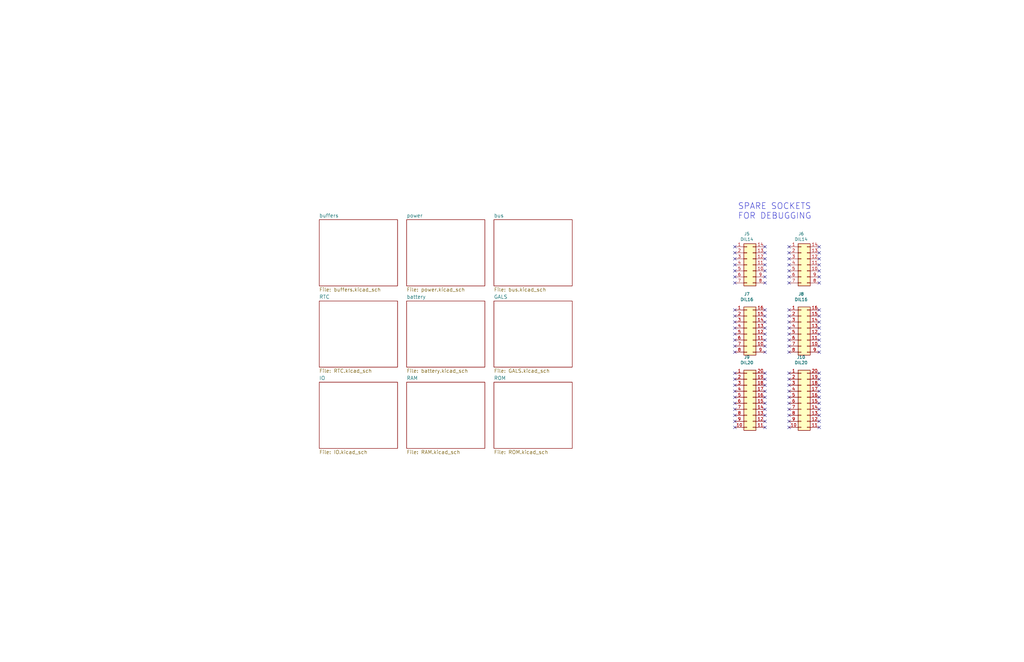
<source format=kicad_sch>
(kicad_sch (version 20211123) (generator eeschema)
  (paper "B")
  (lib_symbols
    (symbol "Connector_Generic:Conn_02x07_Counter_Clockwise" (pin_names (offset 1.016) hide)
      (property "Reference" "J" (at 1.27 10.16 0))
      (property "Value" "Conn_02x07_Counter_Clockwise" (at 1.27 -10.16 0))
      (symbol "Conn_02x07_Counter_Clockwise_1_1"
        (rectangle (start -1.27 -7.493) (end 0 -7.747) (stroke (width 0.1524)))
        (rectangle (start -1.27 -4.953) (end 0 -5.207) (stroke (width 0.1524)))
        (rectangle (start -1.27 -2.413) (end 0 -2.667) (stroke (width 0.1524)))
        (rectangle (start -1.27 0.127) (end 0 -0.127) (stroke (width 0.1524)))
        (rectangle (start -1.27 2.667) (end 0 2.413) (stroke (width 0.1524)))
        (rectangle (start -1.27 5.207) (end 0 4.953) (stroke (width 0.1524)))
        (rectangle (start -1.27 7.747) (end 0 7.493) (stroke (width 0.1524)))
        (rectangle (start -1.27 8.89) (end 3.81 -8.89) (stroke (width 0.254)) (fill (type background)))
        (rectangle (start 3.81 -7.493) (end 2.54 -7.747) (stroke (width 0.1524)))
        (rectangle (start 3.81 -4.953) (end 2.54 -5.207) (stroke (width 0.1524)))
        (rectangle (start 3.81 -2.413) (end 2.54 -2.667) (stroke (width 0.1524)))
        (rectangle (start 3.81 0.127) (end 2.54 -0.127) (stroke (width 0.1524)))
        (rectangle (start 3.81 2.667) (end 2.54 2.413) (stroke (width 0.1524)))
        (rectangle (start 3.81 5.207) (end 2.54 4.953) (stroke (width 0.1524)))
        (rectangle (start 3.81 7.747) (end 2.54 7.493) (stroke (width 0.1524)))
        (pin passive line (at -5.08 7.62 0) (length 3.81) (name "Pin_1") (number "1"))
        (pin passive line (at 7.62 -2.54 180) (length 3.81) (name "Pin_10") (number "10"))
        (pin passive line (at 7.62 0 180) (length 3.81) (name "Pin_11") (number "11"))
        (pin passive line (at 7.62 2.54 180) (length 3.81) (name "Pin_12") (number "12"))
        (pin passive line (at 7.62 5.08 180) (length 3.81) (name "Pin_13") (number "13"))
        (pin passive line (at 7.62 7.62 180) (length 3.81) (name "Pin_14") (number "14"))
        (pin passive line (at -5.08 5.08 0) (length 3.81) (name "Pin_2") (number "2"))
        (pin passive line (at -5.08 2.54 0) (length 3.81) (name "Pin_3") (number "3"))
        (pin passive line (at -5.08 0 0) (length 3.81) (name "Pin_4") (number "4"))
        (pin passive line (at -5.08 -2.54 0) (length 3.81) (name "Pin_5") (number "5"))
        (pin passive line (at -5.08 -5.08 0) (length 3.81) (name "Pin_6") (number "6"))
        (pin passive line (at -5.08 -7.62 0) (length 3.81) (name "Pin_7") (number "7"))
        (pin passive line (at 7.62 -7.62 180) (length 3.81) (name "Pin_8") (number "8"))
        (pin passive line (at 7.62 -5.08 180) (length 3.81) (name "Pin_9") (number "9"))
      )
    )
    (symbol "Connector_Generic:Conn_02x08_Counter_Clockwise" (pin_names (offset 1.016) hide)
      (property "Reference" "J" (at 1.27 10.16 0))
      (property "Value" "Conn_02x08_Counter_Clockwise" (at 1.27 -12.7 0))
      (symbol "Conn_02x08_Counter_Clockwise_1_1"
        (rectangle (start -1.27 -10.033) (end 0 -10.287) (stroke (width 0.1524)))
        (rectangle (start -1.27 -7.493) (end 0 -7.747) (stroke (width 0.1524)))
        (rectangle (start -1.27 -4.953) (end 0 -5.207) (stroke (width 0.1524)))
        (rectangle (start -1.27 -2.413) (end 0 -2.667) (stroke (width 0.1524)))
        (rectangle (start -1.27 0.127) (end 0 -0.127) (stroke (width 0.1524)))
        (rectangle (start -1.27 2.667) (end 0 2.413) (stroke (width 0.1524)))
        (rectangle (start -1.27 5.207) (end 0 4.953) (stroke (width 0.1524)))
        (rectangle (start -1.27 7.747) (end 0 7.493) (stroke (width 0.1524)))
        (rectangle (start -1.27 8.89) (end 3.81 -11.43) (stroke (width 0.254)) (fill (type background)))
        (rectangle (start 3.81 -10.033) (end 2.54 -10.287) (stroke (width 0.1524)))
        (rectangle (start 3.81 -7.493) (end 2.54 -7.747) (stroke (width 0.1524)))
        (rectangle (start 3.81 -4.953) (end 2.54 -5.207) (stroke (width 0.1524)))
        (rectangle (start 3.81 -2.413) (end 2.54 -2.667) (stroke (width 0.1524)))
        (rectangle (start 3.81 0.127) (end 2.54 -0.127) (stroke (width 0.1524)))
        (rectangle (start 3.81 2.667) (end 2.54 2.413) (stroke (width 0.1524)))
        (rectangle (start 3.81 5.207) (end 2.54 4.953) (stroke (width 0.1524)))
        (rectangle (start 3.81 7.747) (end 2.54 7.493) (stroke (width 0.1524)))
        (pin passive line (at -5.08 7.62 0) (length 3.81) (name "Pin_1") (number "1"))
        (pin passive line (at 7.62 -7.62 180) (length 3.81) (name "Pin_10") (number "10"))
        (pin passive line (at 7.62 -5.08 180) (length 3.81) (name "Pin_11") (number "11"))
        (pin passive line (at 7.62 -2.54 180) (length 3.81) (name "Pin_12") (number "12"))
        (pin passive line (at 7.62 0 180) (length 3.81) (name "Pin_13") (number "13"))
        (pin passive line (at 7.62 2.54 180) (length 3.81) (name "Pin_14") (number "14"))
        (pin passive line (at 7.62 5.08 180) (length 3.81) (name "Pin_15") (number "15"))
        (pin passive line (at 7.62 7.62 180) (length 3.81) (name "Pin_16") (number "16"))
        (pin passive line (at -5.08 5.08 0) (length 3.81) (name "Pin_2") (number "2"))
        (pin passive line (at -5.08 2.54 0) (length 3.81) (name "Pin_3") (number "3"))
        (pin passive line (at -5.08 0 0) (length 3.81) (name "Pin_4") (number "4"))
        (pin passive line (at -5.08 -2.54 0) (length 3.81) (name "Pin_5") (number "5"))
        (pin passive line (at -5.08 -5.08 0) (length 3.81) (name "Pin_6") (number "6"))
        (pin passive line (at -5.08 -7.62 0) (length 3.81) (name "Pin_7") (number "7"))
        (pin passive line (at -5.08 -10.16 0) (length 3.81) (name "Pin_8") (number "8"))
        (pin passive line (at 7.62 -10.16 180) (length 3.81) (name "Pin_9") (number "9"))
      )
    )
    (symbol "Connector_Generic:Conn_02x10_Counter_Clockwise" (pin_names (offset 1.016) hide)
      (property "Reference" "J" (at 1.27 12.7 0))
      (property "Value" "Conn_02x10_Counter_Clockwise" (at 1.27 -15.24 0))
      (symbol "Conn_02x10_Counter_Clockwise_1_1"
        (rectangle (start -1.27 -12.573) (end 0 -12.827) (stroke (width 0.1524)))
        (rectangle (start -1.27 -10.033) (end 0 -10.287) (stroke (width 0.1524)))
        (rectangle (start -1.27 -7.493) (end 0 -7.747) (stroke (width 0.1524)))
        (rectangle (start -1.27 -4.953) (end 0 -5.207) (stroke (width 0.1524)))
        (rectangle (start -1.27 -2.413) (end 0 -2.667) (stroke (width 0.1524)))
        (rectangle (start -1.27 0.127) (end 0 -0.127) (stroke (width 0.1524)))
        (rectangle (start -1.27 2.667) (end 0 2.413) (stroke (width 0.1524)))
        (rectangle (start -1.27 5.207) (end 0 4.953) (stroke (width 0.1524)))
        (rectangle (start -1.27 7.747) (end 0 7.493) (stroke (width 0.1524)))
        (rectangle (start -1.27 10.287) (end 0 10.033) (stroke (width 0.1524)))
        (rectangle (start -1.27 11.43) (end 3.81 -13.97) (stroke (width 0.254)) (fill (type background)))
        (rectangle (start 3.81 -12.573) (end 2.54 -12.827) (stroke (width 0.1524)))
        (rectangle (start 3.81 -10.033) (end 2.54 -10.287) (stroke (width 0.1524)))
        (rectangle (start 3.81 -7.493) (end 2.54 -7.747) (stroke (width 0.1524)))
        (rectangle (start 3.81 -4.953) (end 2.54 -5.207) (stroke (width 0.1524)))
        (rectangle (start 3.81 -2.413) (end 2.54 -2.667) (stroke (width 0.1524)))
        (rectangle (start 3.81 0.127) (end 2.54 -0.127) (stroke (width 0.1524)))
        (rectangle (start 3.81 2.667) (end 2.54 2.413) (stroke (width 0.1524)))
        (rectangle (start 3.81 5.207) (end 2.54 4.953) (stroke (width 0.1524)))
        (rectangle (start 3.81 7.747) (end 2.54 7.493) (stroke (width 0.1524)))
        (rectangle (start 3.81 10.287) (end 2.54 10.033) (stroke (width 0.1524)))
        (pin passive line (at -5.08 10.16 0) (length 3.81) (name "Pin_1") (number "1"))
        (pin passive line (at -5.08 -12.7 0) (length 3.81) (name "Pin_10") (number "10"))
        (pin passive line (at 7.62 -12.7 180) (length 3.81) (name "Pin_11") (number "11"))
        (pin passive line (at 7.62 -10.16 180) (length 3.81) (name "Pin_12") (number "12"))
        (pin passive line (at 7.62 -7.62 180) (length 3.81) (name "Pin_13") (number "13"))
        (pin passive line (at 7.62 -5.08 180) (length 3.81) (name "Pin_14") (number "14"))
        (pin passive line (at 7.62 -2.54 180) (length 3.81) (name "Pin_15") (number "15"))
        (pin passive line (at 7.62 0 180) (length 3.81) (name "Pin_16") (number "16"))
        (pin passive line (at 7.62 2.54 180) (length 3.81) (name "Pin_17") (number "17"))
        (pin passive line (at 7.62 5.08 180) (length 3.81) (name "Pin_18") (number "18"))
        (pin passive line (at 7.62 7.62 180) (length 3.81) (name "Pin_19") (number "19"))
        (pin passive line (at -5.08 7.62 0) (length 3.81) (name "Pin_2") (number "2"))
        (pin passive line (at 7.62 10.16 180) (length 3.81) (name "Pin_20") (number "20"))
        (pin passive line (at -5.08 5.08 0) (length 3.81) (name "Pin_3") (number "3"))
        (pin passive line (at -5.08 2.54 0) (length 3.81) (name "Pin_4") (number "4"))
        (pin passive line (at -5.08 0 0) (length 3.81) (name "Pin_5") (number "5"))
        (pin passive line (at -5.08 -2.54 0) (length 3.81) (name "Pin_6") (number "6"))
        (pin passive line (at -5.08 -5.08 0) (length 3.81) (name "Pin_7") (number "7"))
        (pin passive line (at -5.08 -7.62 0) (length 3.81) (name "Pin_8") (number "8"))
        (pin passive line (at -5.08 -10.16 0) (length 3.81) (name "Pin_9") (number "9"))
      )
    )
  )
  (no_connect (at 345.44 148.59))
  (no_connect (at 322.58 180.34))
  (no_connect (at 345.44 111.76))
  (no_connect (at 322.58 146.05))
  (no_connect (at 322.58 140.97))
  (no_connect (at 332.74 119.38))
  (no_connect (at 345.44 133.35))
  (no_connect (at 332.74 148.59))
  (no_connect (at 322.58 157.48))
  (no_connect (at 309.88 109.22))
  (no_connect (at 332.74 135.89))
  (no_connect (at 309.88 133.35))
  (no_connect (at 309.88 140.97))
  (no_connect (at 332.74 165.1))
  (no_connect (at 332.74 167.64))
  (no_connect (at 345.44 135.89))
  (no_connect (at 322.58 177.8))
  (no_connect (at 309.88 111.76))
  (no_connect (at 309.88 119.38))
  (no_connect (at 309.88 146.05))
  (no_connect (at 322.58 106.68))
  (no_connect (at 322.58 175.26))
  (no_connect (at 332.74 172.72))
  (no_connect (at 332.74 140.97))
  (no_connect (at 322.58 167.64))
  (no_connect (at 309.88 106.68))
  (no_connect (at 345.44 143.51))
  (no_connect (at 309.88 104.14))
  (no_connect (at 345.44 157.48))
  (no_connect (at 309.88 167.64))
  (no_connect (at 345.44 160.02))
  (no_connect (at 345.44 162.56))
  (no_connect (at 345.44 114.3))
  (no_connect (at 309.88 172.72))
  (no_connect (at 345.44 138.43))
  (no_connect (at 322.58 172.72))
  (no_connect (at 309.88 138.43))
  (no_connect (at 345.44 177.8))
  (no_connect (at 322.58 104.14))
  (no_connect (at 322.58 162.56))
  (no_connect (at 309.88 157.48))
  (no_connect (at 332.74 157.48))
  (no_connect (at 332.74 170.18))
  (no_connect (at 332.74 177.8))
  (no_connect (at 322.58 138.43))
  (no_connect (at 309.88 160.02))
  (no_connect (at 332.74 160.02))
  (no_connect (at 309.88 148.59))
  (no_connect (at 345.44 130.81))
  (no_connect (at 309.88 135.89))
  (no_connect (at 345.44 106.68))
  (no_connect (at 309.88 116.84))
  (no_connect (at 332.74 114.3))
  (no_connect (at 345.44 172.72))
  (no_connect (at 345.44 146.05))
  (no_connect (at 309.88 177.8))
  (no_connect (at 332.74 143.51))
  (no_connect (at 322.58 165.1))
  (no_connect (at 309.88 143.51))
  (no_connect (at 332.74 138.43))
  (no_connect (at 345.44 165.1))
  (no_connect (at 345.44 119.38))
  (no_connect (at 345.44 104.14))
  (no_connect (at 322.58 135.89))
  (no_connect (at 322.58 114.3))
  (no_connect (at 345.44 170.18))
  (no_connect (at 309.88 114.3))
  (no_connect (at 309.88 180.34))
  (no_connect (at 309.88 170.18))
  (no_connect (at 322.58 130.81))
  (no_connect (at 332.74 162.56))
  (no_connect (at 345.44 167.64))
  (no_connect (at 332.74 130.81))
  (no_connect (at 322.58 116.84))
  (no_connect (at 309.88 162.56))
  (no_connect (at 322.58 111.76))
  (no_connect (at 322.58 109.22))
  (no_connect (at 345.44 175.26))
  (no_connect (at 345.44 116.84))
  (no_connect (at 345.44 109.22))
  (no_connect (at 332.74 175.26))
  (no_connect (at 309.88 175.26))
  (no_connect (at 322.58 143.51))
  (no_connect (at 322.58 170.18))
  (no_connect (at 322.58 133.35))
  (no_connect (at 322.58 119.38))
  (no_connect (at 332.74 180.34))
  (no_connect (at 322.58 148.59))
  (no_connect (at 332.74 111.76))
  (no_connect (at 345.44 180.34))
  (no_connect (at 345.44 140.97))
  (no_connect (at 309.88 130.81))
  (no_connect (at 332.74 104.14))
  (no_connect (at 322.58 160.02))
  (no_connect (at 332.74 146.05))
  (no_connect (at 332.74 109.22))
  (no_connect (at 332.74 106.68))
  (no_connect (at 332.74 133.35))
  (no_connect (at 332.74 116.84))
  (no_connect (at 309.88 165.1))
  (text "SPARE SOCKETS\nFOR DEBUGGING" (at 311.15 92.71 0) (effects (font (size 2.54 2.54)) (justify left bottom)))
  (symbol (lib_id "Connector_Generic:Conn_02x07_Counter_Clockwise") (at 314.96 111.76 0) (unit 1)
    (property "Reference" "J5" (at 314.96 98.679 0))
    (property "Value" "DIL14" (at 314.96 100.9904 0))
    (property "Footprint" "Package_DIP:DIP-14_W7.62mm" (effects hide))
  )
  (symbol (lib_id "Connector_Generic:Conn_02x08_Counter_Clockwise") (at 314.96 138.43 0) (unit 1)
    (property "Reference" "J7" (at 314.96 124.079 0))
    (property "Value" "DIL16" (at 314.96 126.3904 0))
    (property "Footprint" "Package_DIP:DIP-16_W7.62mm" (effects hide))
  )
  (symbol (lib_id "Connector_Generic:Conn_02x10_Counter_Clockwise") (at 314.96 167.64 0) (unit 1)
    (property "Reference" "J9" (at 314.96 150.749 0))
    (property "Value" "DIL20" (at 314.96 153.0604 0))
    (property "Footprint" "Package_DIP:DIP-20_W7.62mm" (effects hide))
  )
  (symbol (lib_id "Connector_Generic:Conn_02x07_Counter_Clockwise") (at 337.82 111.76 0) (unit 1)
    (property "Reference" "J6" (at 337.82 98.679 0))
    (property "Value" "DIL14" (at 337.82 100.9904 0))
    (property "Footprint" "Package_DIP:DIP-14_W7.62mm" (effects hide))
  )
  (symbol (lib_id "Connector_Generic:Conn_02x08_Counter_Clockwise") (at 337.82 138.43 0) (unit 1)
    (property "Reference" "J8" (at 337.82 124.079 0))
    (property "Value" "DIL16" (at 337.82 126.3904 0))
    (property "Footprint" "Package_DIP:DIP-16_W7.62mm" (effects hide))
  )
  (symbol (lib_id "Connector_Generic:Conn_02x10_Counter_Clockwise") (at 337.82 167.64 0) (unit 1)
    (property "Reference" "J10" (at 337.82 150.749 0))
    (property "Value" "DIL20" (at 337.82 153.0604 0))
    (property "Footprint" "Package_DIP:DIP-20_W7.62mm" (effects hide))
  )
  (sheet (at 208.28 127) (size 33.02 27.94)
    (property "Sheet name" "GALS" (at 208.28 126.1614 0) (effects (font (size 1.524 1.524)) (justify left bottom)))
    (property "Sheet file" "GALS.kicad_sch" (at 208.28 155.6262 0) (effects (font (size 1.524 1.524)) (justify left top)))
  )
  (sheet (at 134.62 161.29) (size 33.02 27.94)
    (property "Sheet name" "IO" (at 134.62 160.4514 0) (effects (font (size 1.524 1.524)) (justify left bottom)))
    (property "Sheet file" "IO.kicad_sch" (at 134.62 189.9162 0) (effects (font (size 1.524 1.524)) (justify left top)))
  )
  (sheet (at 171.45 161.29) (size 33.02 27.94)
    (property "Sheet name" "RAM" (at 171.45 160.4514 0) (effects (font (size 1.524 1.524)) (justify left bottom)))
    (property "Sheet file" "RAM.kicad_sch" (at 171.45 189.9162 0) (effects (font (size 1.524 1.524)) (justify left top)))
  )
  (sheet (at 208.28 92.71) (size 33.02 27.94)
    (property "Sheet name" "bus" (at 208.28 91.8714 0) (effects (font (size 1.524 1.524)) (justify left bottom)))
    (property "Sheet file" "bus.kicad_sch" (at 208.28 121.3362 0) (effects (font (size 1.524 1.524)) (justify left top)))
  )
  (sheet (at 208.28 161.29) (size 33.02 27.94)
    (property "Sheet name" "ROM" (at 208.28 160.4514 0) (effects (font (size 1.524 1.524)) (justify left bottom)))
    (property "Sheet file" "ROM.kicad_sch" (at 208.28 189.9162 0) (effects (font (size 1.524 1.524)) (justify left top)))
  )
  (sheet (at 171.45 92.71) (size 33.02 27.94)
    (property "Sheet name" "power" (at 171.45 91.8714 0) (effects (font (size 1.524 1.524)) (justify left bottom)))
    (property "Sheet file" "power.kicad_sch" (at 171.45 121.3362 0) (effects (font (size 1.524 1.524)) (justify left top)))
  )
  (sheet (at 134.62 127) (size 33.02 27.94)
    (property "Sheet name" "RTC" (at 134.62 126.1614 0) (effects (font (size 1.524 1.524)) (justify left bottom)))
    (property "Sheet file" "RTC.kicad_sch" (at 134.62 155.6262 0) (effects (font (size 1.524 1.524)) (justify left top)))
  )
  (sheet (at 171.45 127) (size 33.02 27.94)
    (property "Sheet name" "battery" (at 171.45 126.1614 0) (effects (font (size 1.524 1.524)) (justify left bottom)))
    (property "Sheet file" "battery.kicad_sch" (at 171.45 155.6262 0) (effects (font (size 1.524 1.524)) (justify left top)))
  )
  (sheet (at 134.62 92.71) (size 33.02 27.94)
    (property "Sheet name" "buffers" (at 134.62 91.8714 0) (effects (font (size 1.524 1.524)) (justify left bottom)))
    (property "Sheet file" "buffers.kicad_sch" (at 134.62 121.3362 0) (effects (font (size 1.524 1.524)) (justify left top)))
  )
)
</source>
